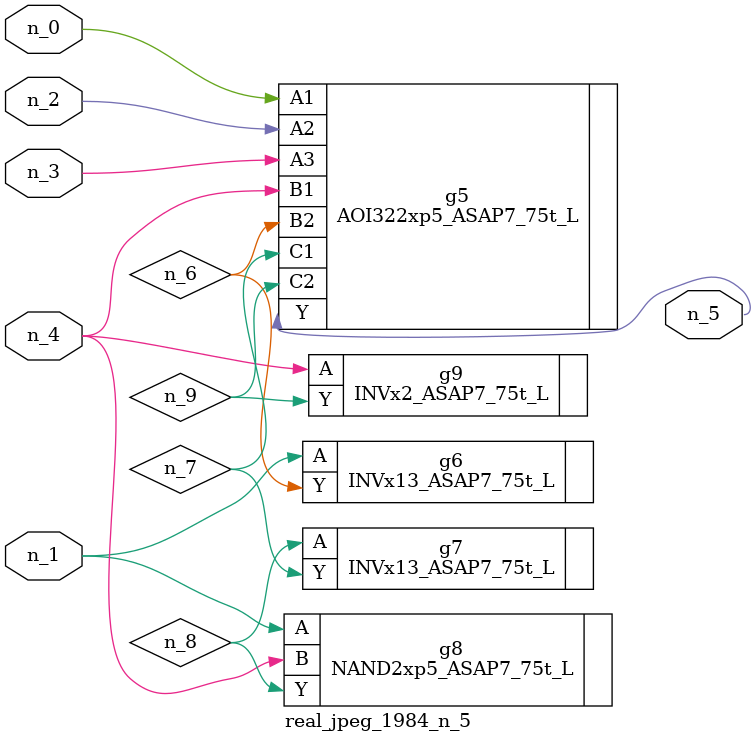
<source format=v>
module real_jpeg_1984_n_5 (n_4, n_0, n_1, n_2, n_3, n_5);

input n_4;
input n_0;
input n_1;
input n_2;
input n_3;

output n_5;

wire n_8;
wire n_6;
wire n_7;
wire n_9;

AOI322xp5_ASAP7_75t_L g5 ( 
.A1(n_0),
.A2(n_2),
.A3(n_3),
.B1(n_4),
.B2(n_6),
.C1(n_7),
.C2(n_9),
.Y(n_5)
);

INVx13_ASAP7_75t_L g6 ( 
.A(n_1),
.Y(n_6)
);

NAND2xp5_ASAP7_75t_L g8 ( 
.A(n_1),
.B(n_4),
.Y(n_8)
);

INVx2_ASAP7_75t_L g9 ( 
.A(n_4),
.Y(n_9)
);

INVx13_ASAP7_75t_L g7 ( 
.A(n_8),
.Y(n_7)
);


endmodule
</source>
